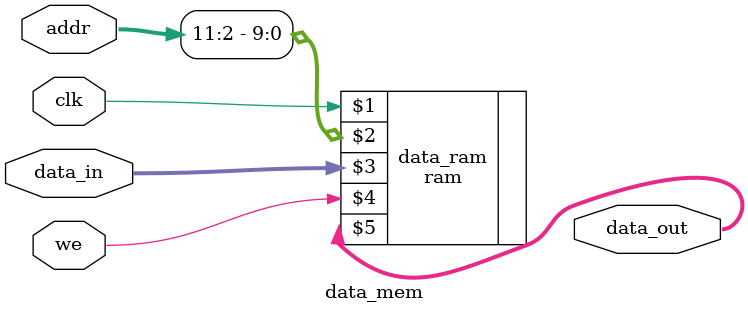
<source format=v>
`timescale 1ns / 1ps


module data_mem #(parameter WIDTH=32, ADDR=32)(
    input clk,
    input [WIDTH-1:0] addr,
    input [WIDTH-1:0] data_in,
    input we,
    output [WIDTH-1:0] data_out);

    ram data_ram(clk,addr[11:2],data_in,we,data_out);
endmodule
</source>
